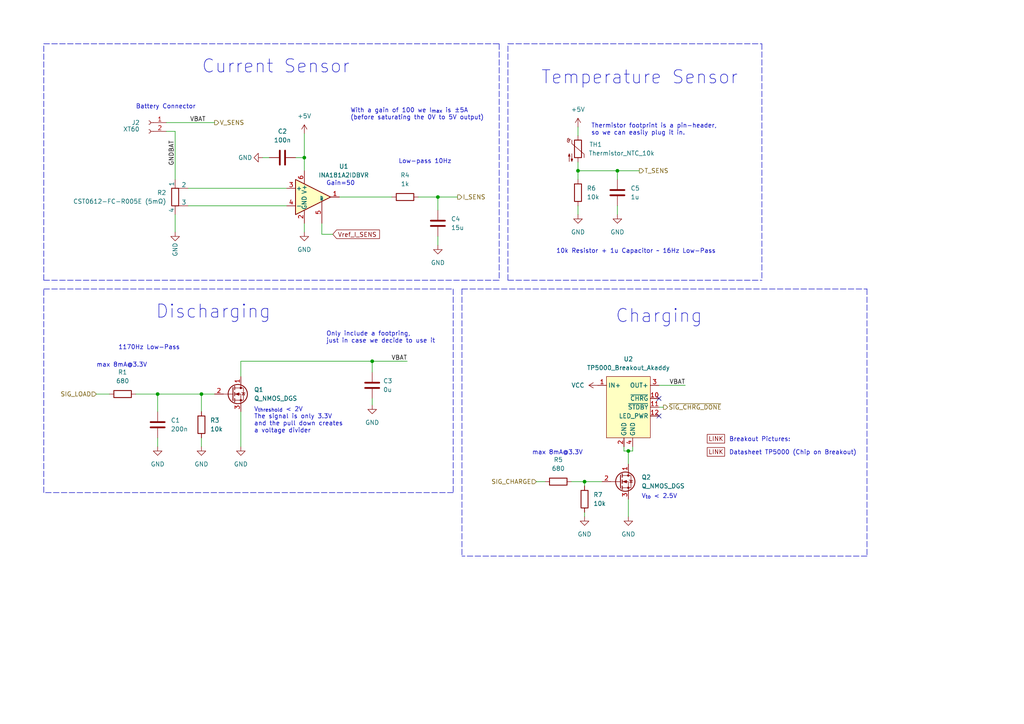
<source format=kicad_sch>
(kicad_sch (version 20211123) (generator eeschema)
  (paper "A4")
  (lib_symbols
    (symbol "Amplifier_Current:INA181" (pin_names (offset 0.127))
      (property "Reference" "U" (at 3.81 3.81 0))
      (property "Value" "INA181" (at 3.81 -2.54 0))
      (symbol "INA181_0_1"
        (polyline (pts (xy 5.08 0) (xy -5.08 5.08) (xy -5.08 -5.08) (xy 5.08 0)) (stroke (width 0.254)) (fill (type background)))
      )
      (symbol "INA181_1_1"
        (pin output line (at 7.62 0 180) (length 2.54) (name "~") (number "1"))
        (pin power_in line (at -2.54 -7.62 90) (length 3.81) (name "GND") (number "2"))
        (pin input line (at -7.62 2.54 0) (length 2.54) (name "+") (number "3"))
        (pin input line (at -7.62 -2.54 0) (length 2.54) (name "-") (number "4"))
        (pin input line (at 2.54 -7.62 90) (length 6.35) (name "REF") (number "5"))
        (pin power_in line (at -2.54 7.62 270) (length 3.81) (name "V+") (number "6"))
      )
    )
    (symbol "Connector:Conn_01x02_Female" (pin_names (offset 1.016) hide)
      (property "Reference" "J" (at 0 2.54 0))
      (property "Value" "Conn_01x02_Female" (at 0 -5.08 0))
      (symbol "Conn_01x02_Female_1_1"
        (arc (start 0 -2.032) (mid -0.508 -2.54) (end 0 -3.048) (stroke (width 0.1524)))
        (polyline (pts (xy -1.27 -2.54) (xy -0.508 -2.54)) (stroke (width 0.1524)))
        (polyline (pts (xy -1.27 0) (xy -0.508 0)) (stroke (width 0.1524)))
        (arc (start 0 0.508) (mid -0.508 0) (end 0 -0.508) (stroke (width 0.1524)))
        (pin passive line (at -5.08 0 0) (length 3.81) (name "Pin_1") (number "1"))
        (pin passive line (at -5.08 -2.54 0) (length 3.81) (name "Pin_2") (number "2"))
      )
    )
    (symbol "Device:C" (pin_numbers hide) (pin_names (offset 0.254))
      (property "Reference" "C" (at 0.635 2.54 0))
      (property "Value" "C" (at 0.635 -2.54 0))
      (symbol "C_0_1"
        (polyline (pts (xy -2.032 -0.762) (xy 2.032 -0.762)) (stroke (width 0.508)))
        (polyline (pts (xy -2.032 0.762) (xy 2.032 0.762)) (stroke (width 0.508)))
      )
      (symbol "C_1_1"
        (pin passive line (at 0 3.81 270) (length 2.794) (name "~") (number "1"))
        (pin passive line (at 0 -3.81 90) (length 2.794) (name "~") (number "2"))
      )
    )
    (symbol "Device:Q_NMOS_DGS" (pin_names (offset 0) hide)
      (property "Reference" "Q" (at 5.08 1.27 0))
      (property "Value" "Q_NMOS_DGS" (at 5.08 -1.27 0))
      (symbol "Q_NMOS_DGS_0_1"
        (polyline (pts (xy 0.254 0) (xy -2.54 0)))
        (polyline (pts (xy 0.254 1.905) (xy 0.254 -1.905)) (stroke (width 0.254)))
        (polyline (pts (xy 0.762 -1.27) (xy 0.762 -2.286)) (stroke (width 0.254)))
        (polyline (pts (xy 0.762 0.508) (xy 0.762 -0.508)) (stroke (width 0.254)))
        (polyline (pts (xy 0.762 2.286) (xy 0.762 1.27)) (stroke (width 0.254)))
        (polyline (pts (xy 2.54 2.54) (xy 2.54 1.778)))
        (polyline (pts (xy 2.54 -2.54) (xy 2.54 0) (xy 0.762 0)))
        (polyline (pts (xy 0.762 -1.778) (xy 3.302 -1.778) (xy 3.302 1.778) (xy 0.762 1.778)))
        (polyline (pts (xy 1.016 0) (xy 2.032 0.381) (xy 2.032 -0.381) (xy 1.016 0)) (fill (type outline)))
        (polyline (pts (xy 2.794 0.508) (xy 2.921 0.381) (xy 3.683 0.381) (xy 3.81 0.254)))
        (polyline (pts (xy 3.302 0.381) (xy 2.921 -0.254) (xy 3.683 -0.254) (xy 3.302 0.381)))
        (circle (center 1.651 0) (radius 2.794) (stroke (width 0.254)))
        (circle (center 2.54 -1.778) (radius 0.254) (fill (type outline)))
        (circle (center 2.54 1.778) (radius 0.254) (fill (type outline)))
      )
      (symbol "Q_NMOS_DGS_1_1"
        (pin passive line (at 2.54 5.08 270) (length 2.54) (name "D") (number "1"))
        (pin input line (at -5.08 0 0) (length 2.54) (name "G") (number "2"))
        (pin passive line (at 2.54 -5.08 90) (length 2.54) (name "S") (number "3"))
      )
    )
    (symbol "Device:R" (pin_numbers hide) (pin_names (offset 0))
      (property "Reference" "R" (at 2.032 0 90))
      (property "Value" "R" (at 0 0 90))
      (symbol "R_0_1"
        (rectangle (start -1.016 -2.54) (end 1.016 2.54) (stroke (width 0.254)))
      )
      (symbol "R_1_1"
        (pin passive line (at 0 3.81 270) (length 1.27) (name "~") (number "1"))
        (pin passive line (at 0 -3.81 90) (length 1.27) (name "~") (number "2"))
      )
    )
    (symbol "Device:R_Shunt" (pin_numbers hide) (pin_names (offset 0))
      (property "Reference" "R" (at -4.445 0 90))
      (property "Value" "R_Shunt" (at -2.54 0 90))
      (symbol "R_Shunt_0_1"
        (rectangle (start -1.016 -2.54) (end 1.016 2.54) (stroke (width 0.254)))
        (polyline (pts (xy 0 -2.54) (xy 1.27 -2.54)))
        (polyline (pts (xy 1.27 2.54) (xy 0 2.54)))
      )
      (symbol "R_Shunt_1_1"
        (pin passive line (at 0 5.08 270) (length 2.54) (name "1") (number "1"))
        (pin passive line (at 3.81 2.54 180) (length 2.54) (name "2") (number "2"))
        (pin passive line (at 3.81 -2.54 180) (length 2.54) (name "3") (number "3"))
        (pin passive line (at 0 -5.08 90) (length 2.54) (name "4") (number "4"))
      )
    )
    (symbol "Device:Thermistor_NTC" (pin_numbers hide) (pin_names (offset 0))
      (property "Reference" "TH" (at -4.445 0 90))
      (property "Value" "Thermistor_NTC" (at 3.175 0 90))
      (symbol "Thermistor_NTC_0_1"
        (arc (start -3.048 2.159) (mid -3.0495 2.3143) (end -3.175 2.413))
        (arc (start -3.048 2.159) (mid -2.9736 1.9794) (end -2.794 1.905))
        (arc (start -3.048 2.794) (mid -2.9736 2.6144) (end -2.794 2.54))
        (arc (start -2.794 1.905) (mid -2.6144 1.9794) (end -2.54 2.159))
        (arc (start -2.794 2.54) (mid -2.4393 2.5587) (end -2.159 2.794))
        (arc (start -2.794 3.048) (mid -2.9736 2.9736) (end -3.048 2.794))
        (arc (start -2.54 2.794) (mid -2.6144 2.9736) (end -2.794 3.048))
        (rectangle (start -1.016 2.54) (end 1.016 -2.54) (stroke (width 0.254)))
        (polyline (pts (xy -2.54 2.159) (xy -2.54 2.794)))
        (polyline (pts (xy -1.778 2.54) (xy -1.778 1.524) (xy 1.778 -1.524) (xy 1.778 -2.54)))
        (polyline (pts (xy -2.54 -3.683) (xy -2.54 -1.397) (xy -2.794 -2.159) (xy -2.286 -2.159) (xy -2.54 -1.397) (xy -2.54 -1.651)) (fill (type outline)))
        (polyline (pts (xy -1.778 -1.397) (xy -1.778 -3.683) (xy -2.032 -2.921) (xy -1.524 -2.921) (xy -1.778 -3.683) (xy -1.778 -3.429)) (fill (type outline)))
      )
      (symbol "Thermistor_NTC_1_1"
        (pin passive line (at 0 3.81 270) (length 1.27) (name "~") (number "1"))
        (pin passive line (at 0 -3.81 90) (length 1.27) (name "~") (number "2"))
      )
    )
    (symbol "STS_Battery_Management:TP5000_Breakout_Akaddy"
      (property "Reference" "U" (at 6.35 5.08 0))
      (property "Value" "TP5000_Breakout_Akaddy" (at 6.35 2.54 0))
      (symbol "TP5000_Breakout_Akaddy_0_1"
        (rectangle (start 0 0) (end 12.7 -17.78) (fill (type background)))
      )
      (symbol "TP5000_Breakout_Akaddy_1_1"
        (pin power_in line (at -2.54 -2.54 0) (length 2.54) (name "IN+") (number "1"))
        (pin input line (at 15.24 -6.35 180) (length 2.54) (name "~{CHRG}") (number "10"))
        (pin input line (at 15.24 -8.89 180) (length 2.54) (name "~{STDBY}") (number "11"))
        (pin unspecified line (at 15.24 -11.43 180) (length 2.54) (name "LED_PWR") (number "12"))
        (pin passive line (at 5.08 -20.32 90) (length 2.54) (name "GND") (number "2"))
        (pin power_out line (at 15.24 -2.54 180) (length 2.54) (name "OUT+") (number "3"))
        (pin passive line (at 7.62 -20.32 90) (length 2.54) (name "GND") (number "4"))
      )
    )
    (symbol "STS_Other:Link" (pin_numbers hide) (pin_names (offset 0) hide)
      (symbol "Link_0_0"
        (text "LINK" (at 0 1.016 0) (effects (font (size 1.27 1.27))))
      )
      (symbol "Link_0_1"
        (rectangle (start -2.54 2.286) (end 2.54 -0.254))
      )
    )
    (symbol "power:+5V" (power) (pin_names (offset 0))
      (property "Value" "+5V" (at 0 3.556 0))
      (symbol "+5V_0_1"
        (polyline (pts (xy -0.762 1.27) (xy 0 2.54)))
        (polyline (pts (xy 0 0) (xy 0 2.54)))
        (polyline (pts (xy 0 2.54) (xy 0.762 1.27)))
      )
      (symbol "+5V_1_1"
        (pin power_in line (at 0 0 90) (length 0) hide (name "+5V") (number "1"))
      )
    )
    (symbol "power:GND" (power) (pin_names (offset 0))
      (property "Value" "GND" (at 0 -3.81 0))
      (symbol "GND_0_1"
        (polyline (pts (xy 0 0) (xy 0 -1.27) (xy 1.27 -1.27) (xy 0 -2.54) (xy -1.27 -1.27) (xy 0 -1.27)))
      )
      (symbol "GND_1_1"
        (pin power_in line (at 0 0 270) (length 0) hide (name "GND") (number "1"))
      )
    )
    (symbol "power:VCC" (power) (pin_names (offset 0))
      (property "Value" "VCC" (at 0 3.81 0))
      (symbol "VCC_0_1"
        (polyline (pts (xy -0.762 1.27) (xy 0 2.54)))
        (polyline (pts (xy 0 0) (xy 0 2.54)))
        (polyline (pts (xy 0 2.54) (xy 0.762 1.27)))
      )
      (symbol "VCC_1_1"
        (pin power_in line (at 0 0 90) (length 0) hide (name "VCC") (number "1"))
      )
    )
  )
  (junction (at 169.545 139.7))
  (junction (at 88.265 45.72))
  (junction (at 45.72 114.3))
  (junction (at 179.07 49.53))
  (junction (at 167.64 49.53))
  (junction (at 107.95 104.775))
  (junction (at 58.42 114.3))
  (junction (at 182.245 130.81))
  (junction (at 127 57.15))
  (no_connect (at 191.135 120.65))
  (no_connect (at 191.135 115.57))
  (wire (pts (xy 183.515 129.54) (xy 183.515 130.81)))
  (wire (pts (xy 45.72 129.54) (xy 45.72 127)))
  (polyline (pts (xy 131.445 142.875) (xy 12.7 142.875)))
  (polyline (pts (xy 147.32 81.28) (xy 220.98 81.28)))
  (wire (pts (xy 182.245 149.86) (xy 182.245 144.78)))
  (wire (pts (xy 169.545 139.7) (xy 174.625 139.7)))
  (polyline (pts (xy 12.7 83.82) (xy 131.445 83.82)))
  (polyline (pts (xy 251.46 83.82) (xy 251.46 161.29)))
  (polyline (pts (xy 12.7 142.875) (xy 12.7 83.82)))
  (wire (pts (xy 127 71.12) (xy 127 68.58)))
  (wire (pts (xy 121.285 57.15) (xy 127 57.15)))
  (wire (pts (xy 107.95 104.775) (xy 118.11 104.775)))
  (polyline (pts (xy 220.98 12.7) (xy 220.98 81.28)))
  (wire (pts (xy 192.405 118.11) (xy 191.135 118.11)))
  (wire (pts (xy 180.975 129.54) (xy 180.975 130.81)))
  (wire (pts (xy 50.8 67.31) (xy 50.8 62.23)))
  (wire (pts (xy 98.425 57.15) (xy 113.665 57.15)))
  (wire (pts (xy 167.64 49.53) (xy 179.07 49.53)))
  (wire (pts (xy 69.85 104.775) (xy 107.95 104.775)))
  (wire (pts (xy 54.61 54.61) (xy 83.185 54.61)))
  (wire (pts (xy 69.85 119.38) (xy 69.85 129.54)))
  (wire (pts (xy 127 57.15) (xy 127 60.96)))
  (wire (pts (xy 179.07 62.23) (xy 179.07 59.69)))
  (polyline (pts (xy 131.445 83.82) (xy 131.445 142.875)))
  (wire (pts (xy 69.85 104.775) (xy 69.85 109.22)))
  (wire (pts (xy 58.42 119.38) (xy 58.42 114.3)))
  (polyline (pts (xy 147.32 81.28) (xy 147.32 12.7)))
  (wire (pts (xy 58.42 114.3) (xy 62.23 114.3)))
  (wire (pts (xy 169.545 140.97) (xy 169.545 139.7)))
  (polyline (pts (xy 12.7 81.28) (xy 144.78 81.28)))
  (wire (pts (xy 167.64 46.99) (xy 167.64 49.53)))
  (polyline (pts (xy 147.32 12.7) (xy 220.98 12.7)))
  (wire (pts (xy 179.07 49.53) (xy 179.07 52.07)))
  (wire (pts (xy 27.94 114.3) (xy 31.75 114.3)))
  (polyline (pts (xy 12.7 81.28) (xy 12.7 12.7)))
  (polyline (pts (xy 12.7 12.7) (xy 144.78 12.7)))
  (wire (pts (xy 45.72 119.38) (xy 45.72 114.3)))
  (wire (pts (xy 167.64 49.53) (xy 167.64 52.07)))
  (wire (pts (xy 48.26 35.56) (xy 62.23 35.56)))
  (polyline (pts (xy 251.46 161.29) (xy 133.985 161.29)))
  (wire (pts (xy 169.545 149.86) (xy 169.545 148.59)))
  (wire (pts (xy 88.265 64.77) (xy 88.265 67.31)))
  (wire (pts (xy 58.42 129.54) (xy 58.42 127)))
  (wire (pts (xy 180.975 130.81) (xy 182.245 130.81)))
  (wire (pts (xy 182.245 130.81) (xy 182.245 134.62)))
  (wire (pts (xy 88.265 45.72) (xy 88.265 49.53)))
  (wire (pts (xy 54.61 59.69) (xy 83.185 59.69)))
  (polyline (pts (xy 133.985 83.82) (xy 251.46 83.82)))
  (wire (pts (xy 167.64 59.69) (xy 167.64 62.23)))
  (wire (pts (xy 127 57.15) (xy 132.715 57.15)))
  (wire (pts (xy 167.64 36.83) (xy 167.64 39.37)))
  (wire (pts (xy 107.95 117.475) (xy 107.95 115.57)))
  (wire (pts (xy 191.135 111.76) (xy 198.755 111.76)))
  (polyline (pts (xy 144.78 12.7) (xy 144.78 81.28)))
  (wire (pts (xy 182.245 130.81) (xy 183.515 130.81)))
  (wire (pts (xy 50.8 38.1) (xy 50.8 52.07)))
  (wire (pts (xy 179.07 49.53) (xy 185.42 49.53)))
  (wire (pts (xy 107.95 107.95) (xy 107.95 104.775)))
  (wire (pts (xy 88.265 38.735) (xy 88.265 45.72)))
  (polyline (pts (xy 133.985 83.82) (xy 133.985 161.29)))
  (wire (pts (xy 48.26 38.1) (xy 50.8 38.1)))
  (wire (pts (xy 93.345 64.77) (xy 93.345 67.945)))
  (wire (pts (xy 165.735 139.7) (xy 169.545 139.7)))
  (wire (pts (xy 85.725 45.72) (xy 88.265 45.72)))
  (wire (pts (xy 155.575 139.7) (xy 158.115 139.7)))
  (wire (pts (xy 39.37 114.3) (xy 45.72 114.3)))
  (wire (pts (xy 76.2 45.72) (xy 78.105 45.72)))
  (wire (pts (xy 96.52 67.945) (xy 93.345 67.945)))
  (wire (pts (xy 45.72 114.3) (xy 58.42 114.3)))
  (text "Low-pass 10Hz" (at 115.57 47.625 0) (effects (font (size 1.27 1.27)) (justify left bottom)))
  (text "max 8mA@3.3V" (at 27.94 106.68 0) (effects (font (size 1.27 1.27)) (justify left bottom)))
  (text "Current Sensor" (at 58.42 21.59 0) (effects (font (size 3.81 3.81)) (justify left bottom)))
  (text "Charging" (at 178.435 93.98 0) (effects (font (size 3.81 3.81)) (justify left bottom)))
  (text "1170Hz Low-Pass" (at 34.29 101.6 0) (effects (font (size 1.27 1.27)) (justify left bottom)))
  (text "Gain=50" (at 94.615 53.975 0) (effects (font (size 1.27 1.27)) (justify left bottom)))
  (text "10k Resistor + 1u Capacitor ~ 16Hz Low-Pass" (at 161.29 73.66 0) (effects (font (size 1.27 1.27)) (justify left bottom)))
  (text "Discharging" (at 45.085 92.71 0) (effects (font (size 3.81 3.81)) (justify left bottom)))
  (text "Datasheet TP5000 (Chip on Breakout)" (at 211.455 132.08 0) (effects (font (size 1.27 1.27)) (justify left bottom)))
  (text "V_{to} < 2.5V\n" (at 186.055 144.78 0) (effects (font (size 1.27 1.27)) (justify left bottom)))
  (text "V_{threshold} < 2V\nThe signal is only 3.3V\nand the pull down creates\na voltage divider" (at 73.66 125.73 0) (effects (font (size 1.27 1.27)) (justify left bottom)))
  (text "Temperature Sensor" (at 156.845 24.765 0) (effects (font (size 3.81 3.81)) (justify left bottom)))
  (text "Thermistor footprint is a pin-header, \nso we can easily plug it in." (at 171.45 39.37 0) (effects (font (size 1.27 1.27)) (justify left bottom)))
  (text "With a gain of 100 we I_{max} is ±5A\n(before saturating the 0V to 5V output)" (at 101.6 34.925 0) (effects (font (size 1.27 1.27)) (justify left bottom)))
  (text "Only include a footpring,\njust in case we decide to use it" (at 94.615 99.695 0) (effects (font (size 1.27 1.27)) (justify left bottom)))
  (text "Breakout Pictures:" (at 211.455 128.27 0) (effects (font (size 1.27 1.27)) (justify left bottom)))
  (text "Battery Connector" (at 39.37 31.75 0) (effects (font (size 1.27 1.27)) (justify left bottom)))
  (text "max 8mA@3.3V" (at 154.305 132.08 0) (effects (font (size 1.27 1.27)) (justify left bottom)))
  (label "VBAT" (at 59.69 35.56 180))
  (label "GNDBAT" (at 50.8 40.64 270))
  (label "VBAT" (at 118.11 104.775 180))
  (label "VBAT" (at 198.755 111.76 180))
  (global_label "Vref_I_SENS" (shape input) (at 96.52 67.945 0) (property "Intersheet References" "${INTERSHEET_REFS}" (effects hide)))
  (hierarchical_label "SIG_LOAD" (shape input) (at 27.94 114.3 180))
  (hierarchical_label "T_SENS" (shape output) (at 185.42 49.53 0))
  (hierarchical_label "V_SENS" (shape output) (at 62.23 35.56 0))
  (hierarchical_label "I_SENS" (shape output) (at 132.715 57.15 0))
  (hierarchical_label "~{SIG_CHRG_DONE}" (shape output) (at 192.405 118.11 0))
  (hierarchical_label "SIG_CHARGE" (shape input) (at 155.575 139.7 180))
  (symbol (lib_id "power:+5V") (at 88.265 38.735 0) (unit 1)
    (property "Reference" "#PWR08" (effects hide))
    (property "Value" "+5V" (at 88.265 33.655 0))
  )
  (symbol (lib_id "power:GND") (at 127 71.12 0) (unit 1)
    (property "Reference" "#PWR011" (effects hide))
    (property "Value" "GND" (at 127 76.2 0))
  )
  (symbol (lib_id "Device:C") (at 45.72 123.19 0) (unit 1)
    (property "Reference" "C1" (at 49.53 121.9199 0) (effects (justify left)))
    (property "Value" "200n" (at 49.53 124.4599 0) (effects (justify left)))
    (property "Footprint" "Capacitor_SMD:C_0603_1608Metric" (effects hide))
  )
  (symbol (lib_id "power:GND") (at 167.64 62.23 0) (unit 1)
    (property "Reference" "#PWR013" (effects hide))
    (property "Value" "GND" (at 167.64 67.31 0))
  )
  (symbol (lib_id "Device:R") (at 169.545 144.78 0) (unit 1)
    (property "Reference" "R7" (at 172.085 143.5099 0) (effects (justify left)))
    (property "Value" "10k" (at 172.085 146.0499 0) (effects (justify left)))
    (property "Footprint" "Resistor_SMD:R_0603_1608Metric" (effects hide))
  )
  (symbol (lib_id "STS_Battery_Management:TP5000_Breakout_Akaddy") (at 175.895 109.22 0) (unit 1)
    (property "Reference" "U2" (at 182.245 104.14 0))
    (property "Value" "TP5000_Breakout_Akaddy" (at 182.245 106.68 0))
    (property "Footprint" "STS_Boards:TP5000_Breakout_Akaddy" (effects hide))
    (property "Datasheet" "https://www.amazon.de/Akaddy-TP5000-Lithium-Ionen-LiFePO4-Ladekarten-Lademodul/dp/B07X935CKF" (effects hide))
  )
  (symbol (lib_id "Device:C") (at 107.95 111.76 0) (unit 1)
    (property "Reference" "C3" (at 111.125 110.4899 0) (effects (justify left)))
    (property "Value" "0u" (at 111.125 113.0299 0) (effects (justify left)))
  )
  (symbol (lib_id "Device:R") (at 117.475 57.15 90) (unit 1)
    (property "Reference" "R4" (at 117.475 50.8 90))
    (property "Value" "1k" (at 117.475 53.34 90))
    (property "Footprint" "Resistor_SMD:R_0603_1608Metric" (effects hide))
  )
  (symbol (lib_id "power:GND") (at 58.42 129.54 0) (unit 1)
    (property "Reference" "#PWR05" (effects hide))
    (property "Value" "GND" (at 58.42 134.62 0))
  )
  (symbol (lib_id "Device:Thermistor_NTC") (at 167.64 43.18 0) (unit 1)
    (property "Reference" "TH1" (at 174.625 41.91 0) (effects (justify right)))
    (property "Value" "Thermistor_NTC_10k" (at 189.865 44.45 0) (effects (justify right)))
    (property "Footprint" "Connector_PinHeader_2.54mm:PinHeader_1x02_P2.54mm_Vertical" (effects hide))
  )
  (symbol (lib_id "power:GND") (at 169.545 149.86 0) (unit 1)
    (property "Reference" "#PWR014" (effects hide))
    (property "Value" "GND" (at 169.545 154.94 0))
  )
  (symbol (lib_id "power:GND") (at 107.95 117.475 0) (unit 1)
    (property "Reference" "#PWR010" (effects hide))
    (property "Value" "GND" (at 107.95 122.555 0))
  )
  (symbol (lib_id "power:VCC") (at 173.355 111.76 90) (unit 1)
    (property "Reference" "#PWR015" (effects hide))
    (property "Value" "VCC" (at 169.545 111.7599 90) (effects (justify left)))
  )
  (symbol (lib_id "power:+5V") (at 167.64 36.83 0) (unit 1)
    (property "Reference" "#PWR012" (effects hide))
    (property "Value" "+5V" (at 167.64 31.75 0))
  )
  (symbol (lib_id "power:GND") (at 69.85 129.54 0) (unit 1)
    (property "Reference" "#PWR06" (effects hide))
    (property "Value" "GND" (at 69.85 134.62 0))
  )
  (symbol (lib_id "power:GND") (at 182.245 149.86 0) (unit 1)
    (property "Reference" "#PWR017" (effects hide))
    (property "Value" "GND" (at 182.245 154.94 0))
  )
  (symbol (lib_id "Device:R") (at 35.56 114.3 90) (unit 1)
    (property "Reference" "R1" (at 35.56 107.95 90))
    (property "Value" "680" (at 35.56 110.49 90))
    (property "Footprint" "Resistor_SMD:R_0603_1608Metric" (effects hide))
  )
  (symbol (lib_id "Device:C") (at 127 64.77 180) (unit 1)
    (property "Reference" "C4" (at 130.81 63.4999 0) (effects (justify right)))
    (property "Value" "15u" (at 130.81 66.0399 0) (effects (justify right)))
    (property "Footprint" "Capacitor_SMD:C_0805_2012Metric" (effects hide))
  )
  (symbol (lib_id "STS_Other:Link") (at 207.645 128.27 0) (unit 1)
    (property "Reference" "#Z1" (effects hide))
    (property "Value" "Link" (effects hide))
    (property "Datasheet" "https://www.amazon.de/Akaddy-TP5000-Lithium-Ionen-LiFePO4-Ladekarten-Lademodul/dp/B07X935CKF" (effects hide))
  )
  (symbol (lib_id "power:GND") (at 76.2 45.72 270) (unit 1)
    (property "Reference" "#PWR07" (effects hide))
    (property "Value" "GND" (at 71.12 45.72 90))
  )
  (symbol (lib_id "Device:R_Shunt") (at 50.8 57.15 0) (unit 1)
    (property "Reference" "R2" (at 48.26 55.88 0) (effects (justify right)))
    (property "Value" "CST0612-FC-R005E (5mΩ)" (at 48.26 58.42 0) (effects (justify right)))
    (property "Footprint" "STS_Resistor_SMD:CST0612-FC-R002E" (effects hide))
  )
  (symbol (lib_id "Device:Q_NMOS_DGS") (at 179.705 139.7 0) (unit 1)
    (property "Reference" "Q2" (at 186.055 138.4299 0) (effects (justify left)))
    (property "Value" "Q_NMOS_DGS" (at 186.055 140.9699 0) (effects (justify left)))
    (property "Footprint" "Package_TO_SOT_SMD:SOT-223" (effects hide))
  )
  (symbol (lib_id "power:GND") (at 45.72 129.54 0) (unit 1)
    (property "Reference" "#PWR03" (effects hide))
    (property "Value" "GND" (at 45.72 134.62 0))
  )
  (symbol (lib_id "Device:R") (at 58.42 123.19 0) (unit 1)
    (property "Reference" "R3" (at 60.96 121.9199 0) (effects (justify left)))
    (property "Value" "10k" (at 60.96 124.4599 0) (effects (justify left)))
    (property "Footprint" "Resistor_SMD:R_0603_1608Metric" (effects hide))
  )
  (symbol (lib_id "STS_Other:Link") (at 207.645 132.08 0) (unit 1)
    (property "Reference" "#Z2" (effects hide))
    (property "Value" "Link" (effects hide))
    (property "Datasheet" "https://www.rlocman.ru/i/File/2019/12/03/1557926480137873.pdf" (effects hide))
  )
  (symbol (lib_id "power:GND") (at 88.265 67.31 0) (unit 1)
    (property "Reference" "#PWR09" (effects hide))
    (property "Value" "GND" (at 88.265 72.39 0))
  )
  (symbol (lib_id "power:GND") (at 179.07 62.23 0) (unit 1)
    (property "Reference" "#PWR016" (effects hide))
    (property "Value" "GND" (at 179.07 67.31 0))
  )
  (symbol (lib_id "power:GND") (at 50.8 67.31 0) (unit 1)
    (property "Reference" "#PWR04" (effects hide))
    (property "Value" "GND" (at 50.8 72.39 90))
  )
  (symbol (lib_id "Device:C") (at 81.915 45.72 90) (unit 1)
    (property "Reference" "C2" (at 81.915 38.1 90))
    (property "Value" "100n" (at 81.915 40.64 90))
    (property "Footprint" "Capacitor_SMD:C_0603_1608Metric" (effects hide))
  )
  (symbol (lib_id "Connector:Conn_01x02_Female") (at 43.18 35.56 0) (mirror y) (unit 1)
    (property "Reference" "J2" (at 39.37 35.56 0))
    (property "Value" "XT60" (at 38.1 37.465 0))
    (property "Footprint" "Connector_Phoenix_MSTB:PhoenixContact_MSTBA_2,5_2-G-5,08_1x02_P5.08mm_Horizontal" (effects hide))
  )
  (symbol (lib_id "Device:R") (at 161.925 139.7 90) (unit 1)
    (property "Reference" "R5" (at 161.925 133.35 90))
    (property "Value" "680" (at 161.925 135.89 90))
    (property "Footprint" "Resistor_SMD:R_0603_1608Metric" (effects hide))
  )
  (symbol (lib_id "Device:Q_NMOS_DGS") (at 67.31 114.3 0) (unit 1)
    (property "Reference" "Q1" (at 73.66 113.0299 0) (effects (justify left)))
    (property "Value" "Q_NMOS_DGS" (at 73.66 115.5699 0) (effects (justify left)))
    (property "Footprint" "Package_TO_SOT_THT:TO-220-3_Vertical" (effects hide))
  )
  (symbol (lib_id "Device:R") (at 167.64 55.88 0) (unit 1)
    (property "Reference" "R6" (at 170.18 54.6099 0) (effects (justify left)))
    (property "Value" "10k" (at 170.18 57.1499 0) (effects (justify left)))
    (property "Footprint" "Resistor_SMD:R_0603_1608Metric" (effects hide))
  )
  (symbol (lib_id "Amplifier_Current:INA181") (at 90.805 57.15 0) (unit 1)
    (property "Reference" "U1" (at 99.695 48.26 0))
    (property "Value" "INA181A2IDBVR" (at 99.695 50.8 0))
    (property "Footprint" "Package_TO_SOT_SMD:SOT-23-6" (effects hide))
    (property "Datasheet" "https://www.mouser.at/ProductDetail/Texas-Instruments/INA181A4IDBVR?qs=5aG0NVq1C4z0U4pe%2Fk%2Ferg%3D%3D" (effects hide))
  )
  (symbol (lib_id "Device:C") (at 179.07 55.88 0) (unit 1)
    (property "Reference" "C5" (at 182.88 54.6099 0) (effects (justify left)))
    (property "Value" "1u" (at 182.88 57.1499 0) (effects (justify left)))
  )
)
</source>
